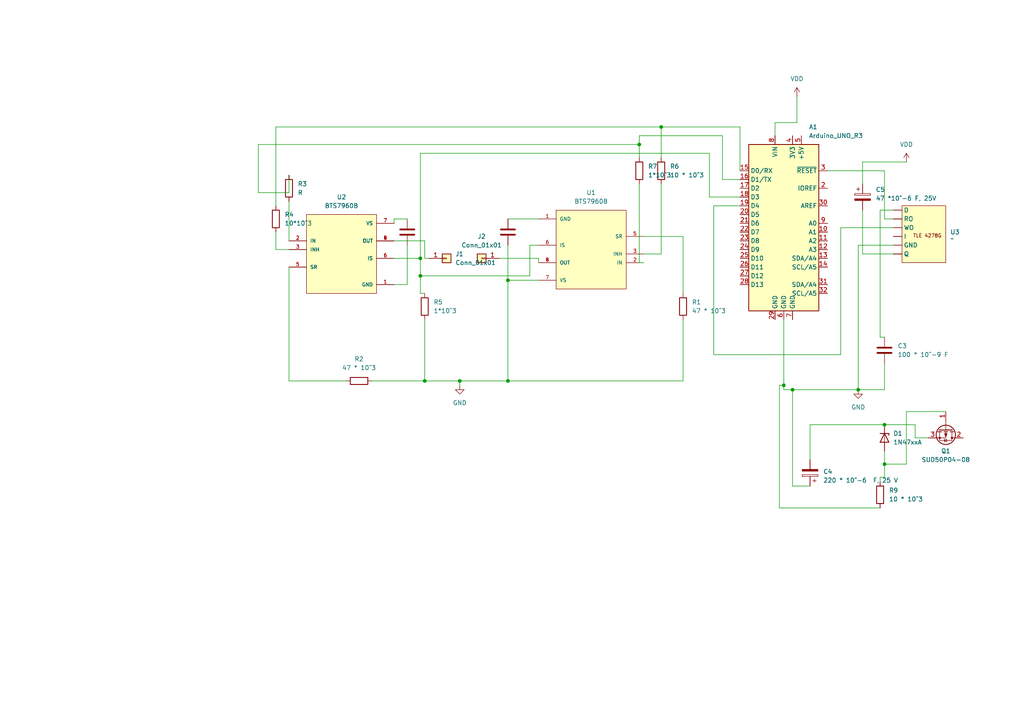
<source format=kicad_sch>
(kicad_sch (version 20231120) (generator "eeschema") (generator_version "8.0")
  (paper "A4")
  (lib_symbols
    (symbol "1_my_custom_symbol_library:TLE_4278G"
      (property "Reference" "U" (at 0 0 0))
      (symbol "TLE_4278G_1_1"
        (rectangle (start 7.62 16.51) (end 20.32 0) (fill (type background)))
        (text "TLE 4278G" (at 14.986 7.874 0) (effects (font (size 1.016 1.016))))
        (pin input line (at 5.08 15.24 0) (length 2.54) (name "D") (number ""))
        (pin power_out line (at 5.08 5.08 0) (length 2.54) (name "GND") (number ""))
        (pin power_in line (at 5.08 7.62 0) (length 2.54) (name "I") (number ""))
        (pin power_out line (at 5.08 2.54 0) (length 2.54) (name "Q") (number ""))
        (pin output line (at 5.08 12.7 0) (length 2.54) (name "RO") (number ""))
        (pin output line (at 5.08 10.16 0) (length 2.54) (name "WO") (number ""))
      )
    )
    (symbol "BTS7960B:BTS7960B" (pin_names (offset 1.016))
      (property "Reference" "U" (at -10.16 10.922 0))
      (property "Value" "BTS7960B" (at -10.16 -15.24 0))
      (symbol "BTS7960B_0_0"
        (rectangle (start -10.16 -12.7) (end 10.16 10.16) (stroke (width 0.1524)) (fill (type background)))
        (pin power_in line (at 15.24 -10.16 180) (length 5.08) (name "GND") (number "1"))
        (pin input line (at -15.24 2.54 0) (length 5.08) (name "IN") (number "2"))
        (pin input line (at -15.24 0 0) (length 5.08) (name "INH") (number "3"))
        (pin output line (at 15.24 2.54 180) (length 5.08) (name "OUT") (number "4"))
        (pin input line (at -15.24 -5.08 0) (length 5.08) (name "SR") (number "5"))
        (pin output line (at 15.24 -2.54 180) (length 5.08) (name "IS") (number "6"))
        (pin power_in line (at 15.24 7.62 180) (length 5.08) (name "VS") (number "7"))
        (pin output line (at 15.24 2.54 180) (length 5.08) (name "OUT") (number "8"))
      )
    )
    (symbol "Connector_Generic:Conn_01x01" (pin_names (offset 1.016) hide)
      (property "Reference" "J" (at 0 2.54 0))
      (property "Value" "Conn_01x01" (at 0 -2.54 0))
      (symbol "Conn_01x01_1_1"
        (rectangle (start -1.27 0.127) (end 0 -0.127) (stroke (width 0.1524)))
        (rectangle (start -1.27 1.27) (end 1.27 -1.27) (stroke (width 0.254)) (fill (type background)))
        (pin passive line (at -5.08 0 0) (length 3.81) (name "Pin_1") (number "1"))
      )
    )
    (symbol "Device:C" (pin_numbers hide) (pin_names (offset 0.254))
      (property "Reference" "C" (at 0.635 2.54 0))
      (property "Value" "C" (at 0.635 -2.54 0))
      (symbol "C_0_1"
        (polyline (pts (xy -2.032 -0.762) (xy 2.032 -0.762)) (stroke (width 0.508)))
        (polyline (pts (xy -2.032 0.762) (xy 2.032 0.762)) (stroke (width 0.508)))
      )
      (symbol "C_1_1"
        (pin passive line (at 0 3.81 270) (length 2.794) (name "~") (number "1"))
        (pin passive line (at 0 -3.81 90) (length 2.794) (name "~") (number "2"))
      )
    )
    (symbol "Device:C_Polarized" (pin_numbers hide) (pin_names (offset 0.254))
      (property "Reference" "C" (at 0.635 2.54 0))
      (property "Value" "C_Polarized" (at 0.635 -2.54 0))
      (symbol "C_Polarized_0_1"
        (rectangle (start -2.286 0.508) (end 2.286 1.016))
        (polyline (pts (xy -1.778 2.286) (xy -0.762 2.286)))
        (polyline (pts (xy -1.27 2.794) (xy -1.27 1.778)))
        (rectangle (start 2.286 -0.508) (end -2.286 -1.016) (fill (type outline)))
      )
      (symbol "C_Polarized_1_1"
        (pin passive line (at 0 3.81 270) (length 2.794) (name "~") (number "1"))
        (pin passive line (at 0 -3.81 90) (length 2.794) (name "~") (number "2"))
      )
    )
    (symbol "Device:R" (pin_numbers hide) (pin_names (offset 0))
      (property "Reference" "R" (at 2.032 0 90))
      (property "Value" "R" (at 0 0 90))
      (symbol "R_0_1"
        (rectangle (start -1.016 -2.54) (end 1.016 2.54) (stroke (width 0.254)))
      )
      (symbol "R_1_1"
        (pin passive line (at 0 3.81 270) (length 1.27) (name "~") (number "1"))
        (pin passive line (at 0 -3.81 90) (length 1.27) (name "~") (number "2"))
      )
    )
    (symbol "Diode:1N47xxA" (pin_numbers hide) (pin_names hide)
      (property "Reference" "D" (at 0 2.54 0))
      (property "Value" "1N47xxA" (at 0 -2.54 0))
      (symbol "1N47xxA_0_1"
        (polyline (pts (xy 1.27 0) (xy -1.27 0)))
        (polyline (pts (xy -1.27 -1.27) (xy -1.27 1.27) (xy -0.762 1.27)) (stroke (width 0.254)))
        (polyline (pts (xy 1.27 -1.27) (xy 1.27 1.27) (xy -1.27 0) (xy 1.27 -1.27)) (stroke (width 0.254)))
      )
      (symbol "1N47xxA_1_1"
        (pin passive line (at -3.81 0 0) (length 2.54) (name "K") (number "1"))
        (pin passive line (at 3.81 0 180) (length 2.54) (name "A") (number "2"))
      )
    )
    (symbol "MCU_Module:Arduino_UNO_R3"
      (property "Reference" "A" (at -10.16 23.495 0))
      (property "Value" "Arduino_UNO_R3" (at 5.08 -26.67 0))
      (symbol "Arduino_UNO_R3_0_1"
        (rectangle (start -10.16 22.86) (end 10.16 -25.4) (stroke (width 0.254)) (fill (type background)))
      )
      (symbol "Arduino_UNO_R3_1_1"
        (pin no_connect line (at -10.16 -20.32 0) (length 2.54) hide (name "NC") (number "1"))
        (pin bidirectional line (at 12.7 -2.54 180) (length 2.54) (name "A1") (number "10"))
        (pin bidirectional line (at 12.7 -5.08 180) (length 2.54) (name "A2") (number "11"))
        (pin bidirectional line (at 12.7 -7.62 180) (length 2.54) (name "A3") (number "12"))
        (pin bidirectional line (at 12.7 -10.16 180) (length 2.54) (name "SDA/A4") (number "13"))
        (pin bidirectional line (at 12.7 -12.7 180) (length 2.54) (name "SCL/A5") (number "14"))
        (pin bidirectional line (at -12.7 15.24 0) (length 2.54) (name "D0/RX") (number "15"))
        (pin bidirectional line (at -12.7 12.7 0) (length 2.54) (name "D1/TX") (number "16"))
        (pin bidirectional line (at -12.7 10.16 0) (length 2.54) (name "D2") (number "17"))
        (pin bidirectional line (at -12.7 7.62 0) (length 2.54) (name "D3") (number "18"))
        (pin bidirectional line (at -12.7 5.08 0) (length 2.54) (name "D4") (number "19"))
        (pin output line (at 12.7 10.16 180) (length 2.54) (name "IOREF") (number "2"))
        (pin bidirectional line (at -12.7 2.54 0) (length 2.54) (name "D5") (number "20"))
        (pin bidirectional line (at -12.7 0 0) (length 2.54) (name "D6") (number "21"))
        (pin bidirectional line (at -12.7 -2.54 0) (length 2.54) (name "D7") (number "22"))
        (pin bidirectional line (at -12.7 -5.08 0) (length 2.54) (name "D8") (number "23"))
        (pin bidirectional line (at -12.7 -7.62 0) (length 2.54) (name "D9") (number "24"))
        (pin bidirectional line (at -12.7 -10.16 0) (length 2.54) (name "D10") (number "25"))
        (pin bidirectional line (at -12.7 -12.7 0) (length 2.54) (name "D11") (number "26"))
        (pin bidirectional line (at -12.7 -15.24 0) (length 2.54) (name "D12") (number "27"))
        (pin bidirectional line (at -12.7 -17.78 0) (length 2.54) (name "D13") (number "28"))
        (pin power_in line (at -2.54 -27.94 90) (length 2.54) (name "GND") (number "29"))
        (pin input line (at 12.7 15.24 180) (length 2.54) (name "~{RESET}") (number "3"))
        (pin input line (at 12.7 5.08 180) (length 2.54) (name "AREF") (number "30"))
        (pin bidirectional line (at 12.7 -17.78 180) (length 2.54) (name "SDA/A4") (number "31"))
        (pin bidirectional line (at 12.7 -20.32 180) (length 2.54) (name "SCL/A5") (number "32"))
        (pin power_out line (at 2.54 25.4 270) (length 2.54) (name "3V3") (number "4"))
        (pin power_out line (at 5.08 25.4 270) (length 2.54) (name "+5V") (number "5"))
        (pin power_in line (at 0 -27.94 90) (length 2.54) (name "GND") (number "6"))
        (pin power_in line (at 2.54 -27.94 90) (length 2.54) (name "GND") (number "7"))
        (pin power_in line (at -2.54 25.4 270) (length 2.54) (name "VIN") (number "8"))
        (pin bidirectional line (at 12.7 0 180) (length 2.54) (name "A0") (number "9"))
      )
    )
    (symbol "Transistor_FET:SUD50P04-08" (pin_names hide)
      (property "Reference" "Q" (at 4.953 1.905 0))
      (property "Value" "SUD50P04-08" (at 4.953 0 0))
      (symbol "SUD50P04-08_0_1"
        (polyline (pts (xy 0.254 0) (xy -2.54 0)))
        (polyline (pts (xy 0.254 1.905) (xy 0.254 -1.905)) (stroke (width 0.254)))
        (polyline (pts (xy 0.762 -1.27) (xy 0.762 -2.286)) (stroke (width 0.254)))
        (polyline (pts (xy 0.762 0.508) (xy 0.762 -0.508)) (stroke (width 0.254)))
        (polyline (pts (xy 0.762 2.286) (xy 0.762 1.27)) (stroke (width 0.254)))
        (polyline (pts (xy 2.54 2.54) (xy 2.54 1.778)))
        (polyline (pts (xy 2.54 -2.54) (xy 2.54 0) (xy 0.762 0)))
        (polyline (pts (xy 0.762 1.778) (xy 3.302 1.778) (xy 3.302 -1.778) (xy 0.762 -1.778)))
        (polyline (pts (xy 2.286 0) (xy 1.27 0.381) (xy 1.27 -0.381) (xy 2.286 0)) (fill (type outline)))
        (polyline (pts (xy 2.794 -0.508) (xy 2.921 -0.381) (xy 3.683 -0.381) (xy 3.81 -0.254)))
        (polyline (pts (xy 3.302 -0.381) (xy 2.921 0.254) (xy 3.683 0.254) (xy 3.302 -0.381)))
        (circle (center 1.651 0) (radius 2.794) (stroke (width 0.254)))
        (circle (center 2.54 -1.778) (radius 0.254) (fill (type outline)))
        (circle (center 2.54 1.778) (radius 0.254) (fill (type outline)))
      )
      (symbol "SUD50P04-08_1_1"
        (pin input line (at -5.08 0 0) (length 2.54) (name "G") (number "1"))
        (pin passive line (at 2.54 5.08 270) (length 2.54) (name "D") (number "2"))
        (pin passive line (at 2.54 -5.08 90) (length 2.54) (name "S") (number "3"))
      )
    )
    (symbol "power:GND" (power) (pin_numbers hide) (pin_names (offset 0) hide)
      (property "Value" "GND" (at 0 -3.81 0))
      (symbol "GND_0_1"
        (polyline (pts (xy 0 0) (xy 0 -1.27) (xy 1.27 -1.27) (xy 0 -2.54) (xy -1.27 -1.27) (xy 0 -1.27)))
      )
      (symbol "GND_1_1"
        (pin power_in line (at 0 0 270) (length 0) (name "~") (number "1"))
      )
    )
    (symbol "power:VDD" (power) (pin_numbers hide) (pin_names (offset 0) hide)
      (property "Value" "VDD" (at 0 3.556 0))
      (symbol "VDD_0_1"
        (polyline (pts (xy -0.762 1.27) (xy 0 2.54)))
        (polyline (pts (xy 0 0) (xy 0 2.54)))
        (polyline (pts (xy 0 2.54) (xy 0.762 1.27)))
      )
      (symbol "VDD_1_1"
        (pin power_in line (at 0 0 90) (length 0) (name "~") (number "1"))
      )
    )
  )
  (junction (at 227.33 111.76))
  (junction (at 185.42 41.91))
  (junction (at 248.92 113.03))
  (junction (at 123.19 110.49))
  (junction (at 121.92 74.93))
  (junction (at 133.35 110.49))
  (junction (at 229.87 113.03))
  (junction (at 147.32 110.49))
  (junction (at 147.32 81.28))
  (junction (at 256.54 134.62))
  (junction (at 256.54 123.19))
  (junction (at 191.77 36.83))
  (junction (at 121.92 80.01))
  (wire (pts (xy 74.93 55.88) (xy 83.82 55.88)))
  (wire (pts (xy 269.24 127) (xy 265.43 127)))
  (wire (pts (xy 186.69 68.58) (xy 198.12 68.58)))
  (wire (pts (xy 123.19 92.71) (xy 123.19 110.49)))
  (wire (pts (xy 259.08 71.12) (xy 248.92 71.12)))
  (wire (pts (xy 121.92 80.01) (xy 121.92 85.09)))
  (wire (pts (xy 121.92 85.09) (xy 123.19 85.09)))
  (wire (pts (xy 231.14 27.94) (xy 231.14 35.56)))
  (wire (pts (xy 256.54 49.53) (xy 256.54 63.5)))
  (wire (pts (xy 265.43 127) (xy 265.43 123.19)))
  (wire (pts (xy 255.27 97.79) (xy 256.54 97.79)))
  (wire (pts (xy 240.03 49.53) (xy 256.54 49.53)))
  (wire (pts (xy 114.3 63.5) (xy 118.11 63.5)))
  (wire (pts (xy 147.32 63.5) (xy 156.21 63.5)))
  (wire (pts (xy 256.54 130.81) (xy 256.54 134.62)))
  (wire (pts (xy 191.77 36.83) (xy 214.63 36.83)))
  (wire (pts (xy 107.95 110.49) (xy 123.19 110.49)))
  (wire (pts (xy 231.14 35.56) (xy 224.79 35.56)))
  (wire (pts (xy 205.74 44.45) (xy 205.74 57.15)))
  (wire (pts (xy 133.35 110.49) (xy 133.35 111.76)))
  (wire (pts (xy 262.89 119.38) (xy 262.89 134.62)))
  (wire (pts (xy 198.12 110.49) (xy 147.32 110.49)))
  (wire (pts (xy 83.82 69.85) (xy 83.82 58.42)))
  (wire (pts (xy 185.42 39.37) (xy 185.42 41.91)))
  (wire (pts (xy 121.92 44.45) (xy 205.74 44.45)))
  (wire (pts (xy 256.54 63.5) (xy 259.08 63.5)))
  (wire (pts (xy 185.42 76.2) (xy 185.42 53.34)))
  (wire (pts (xy 243.84 66.04) (xy 243.84 102.87)))
  (wire (pts (xy 118.11 71.12) (xy 118.11 82.55)))
  (wire (pts (xy 255.27 60.96) (xy 255.27 97.79)))
  (wire (pts (xy 185.42 41.91) (xy 74.93 41.91)))
  (wire (pts (xy 114.3 74.93) (xy 121.92 74.93)))
  (wire (pts (xy 83.82 55.88) (xy 83.82 50.8)))
  (wire (pts (xy 259.08 66.04) (xy 243.84 66.04)))
  (wire (pts (xy 185.42 41.91) (xy 185.42 45.72)))
  (wire (pts (xy 123.19 69.85) (xy 114.3 69.85)))
  (wire (pts (xy 265.43 123.19) (xy 256.54 123.19)))
  (wire (pts (xy 156.21 74.93) (xy 156.21 76.2)))
  (wire (pts (xy 185.42 39.37) (xy 209.55 39.37)))
  (wire (pts (xy 255.27 147.32) (xy 226.06 147.32)))
  (wire (pts (xy 74.93 41.91) (xy 74.93 55.88)))
  (wire (pts (xy 234.95 123.19) (xy 234.95 133.35)))
  (wire (pts (xy 153.67 80.01) (xy 121.92 80.01)))
  (wire (pts (xy 153.67 71.12) (xy 153.67 80.01)))
  (wire (pts (xy 191.77 45.72) (xy 191.77 36.83)))
  (wire (pts (xy 123.19 74.93) (xy 123.19 69.85)))
  (wire (pts (xy 262.89 46.99) (xy 250.19 46.99)))
  (wire (pts (xy 256.54 113.03) (xy 248.92 113.03)))
  (wire (pts (xy 250.19 46.99) (xy 250.19 53.34)))
  (wire (pts (xy 234.95 140.97) (xy 229.87 140.97)))
  (wire (pts (xy 198.12 68.58) (xy 198.12 85.09)))
  (wire (pts (xy 123.19 110.49) (xy 133.35 110.49)))
  (wire (pts (xy 229.87 140.97) (xy 229.87 113.03)))
  (wire (pts (xy 248.92 71.12) (xy 248.92 113.03)))
  (wire (pts (xy 191.77 73.66) (xy 191.77 53.34)))
  (wire (pts (xy 186.69 76.2) (xy 185.42 76.2)))
  (wire (pts (xy 144.78 74.93) (xy 156.21 74.93)))
  (wire (pts (xy 121.92 44.45) (xy 121.92 74.93)))
  (wire (pts (xy 229.87 113.03) (xy 248.92 113.03)))
  (wire (pts (xy 147.32 81.28) (xy 156.21 81.28)))
  (wire (pts (xy 234.95 123.19) (xy 256.54 123.19)))
  (wire (pts (xy 209.55 39.37) (xy 209.55 52.07)))
  (wire (pts (xy 205.74 57.15) (xy 214.63 57.15)))
  (wire (pts (xy 214.63 36.83) (xy 214.63 49.53)))
  (wire (pts (xy 227.33 111.76) (xy 227.33 113.03)))
  (wire (pts (xy 83.82 110.49) (xy 100.33 110.49)))
  (wire (pts (xy 250.19 60.96) (xy 250.19 73.66)))
  (wire (pts (xy 256.54 134.62) (xy 256.54 138.43)))
  (wire (pts (xy 80.01 36.83) (xy 191.77 36.83)))
  (wire (pts (xy 186.69 73.66) (xy 191.77 73.66)))
  (wire (pts (xy 118.11 82.55) (xy 114.3 82.55)))
  (wire (pts (xy 124.46 74.93) (xy 123.19 74.93)))
  (wire (pts (xy 259.08 60.96) (xy 255.27 60.96)))
  (wire (pts (xy 147.32 81.28) (xy 147.32 110.49)))
  (wire (pts (xy 153.67 71.12) (xy 156.21 71.12)))
  (wire (pts (xy 274.32 119.38) (xy 262.89 119.38)))
  (wire (pts (xy 262.89 134.62) (xy 256.54 134.62)))
  (wire (pts (xy 83.82 72.39) (xy 80.01 72.39)))
  (wire (pts (xy 80.01 72.39) (xy 80.01 67.31)))
  (wire (pts (xy 83.82 77.47) (xy 83.82 110.49)))
  (wire (pts (xy 121.92 74.93) (xy 121.92 80.01)))
  (wire (pts (xy 227.33 92.71) (xy 227.33 111.76)))
  (wire (pts (xy 114.3 63.5) (xy 114.3 64.77)))
  (wire (pts (xy 198.12 92.71) (xy 198.12 110.49)))
  (wire (pts (xy 227.33 113.03) (xy 229.87 113.03)))
  (wire (pts (xy 224.79 35.56) (xy 224.79 39.37)))
  (wire (pts (xy 256.54 138.43) (xy 255.27 138.43)))
  (wire (pts (xy 207.01 102.87) (xy 207.01 59.69)))
  (wire (pts (xy 226.06 111.76) (xy 227.33 111.76)))
  (wire (pts (xy 209.55 52.07) (xy 214.63 52.07)))
  (wire (pts (xy 207.01 59.69) (xy 214.63 59.69)))
  (wire (pts (xy 133.35 110.49) (xy 147.32 110.49)))
  (wire (pts (xy 80.01 59.69) (xy 80.01 36.83)))
  (wire (pts (xy 250.19 73.66) (xy 259.08 73.66)))
  (wire (pts (xy 256.54 105.41) (xy 256.54 113.03)))
  (wire (pts (xy 243.84 102.87) (xy 207.01 102.87)))
  (wire (pts (xy 255.27 138.43) (xy 255.27 139.7)))
  (wire (pts (xy 147.32 71.12) (xy 147.32 81.28)))
  (wire (pts (xy 226.06 147.32) (xy 226.06 111.76)))
  (symbol (lib_id "Device:R") (at 255.27 143.51 0) (unit 1)
    (property "Reference" "R9" (at 257.81 142.2399 0) (effects (justify left)))
    (property "Value" "10 * 10^3" (at 257.81 144.7799 0) (effects (justify left)))
    (property "Description" "Resistor" (effects (hide yes)))
  )
  (symbol (lib_id "Device:R") (at 83.82 54.61 0) (unit 1)
    (property "Reference" "R3" (at 86.36 53.3399 0) (effects (justify left)))
    (property "Value" "R" (at 86.36 55.8799 0) (effects (justify left)))
    (property "Description" "Resistor" (effects (hide yes)))
  )
  (symbol (lib_id "Device:C_Polarized") (at 250.19 57.15 0) (unit 1)
    (property "Reference" "C5" (at 254 54.9909 0) (effects (justify left)))
    (property "Value" "47 *10^-6 F, 25V" (at 254 57.5309 0) (effects (justify left)))
    (property "Description" "Polarized capacitor" (effects (hide yes)))
  )
  (symbol (lib_id "MCU_Module:Arduino_UNO_R3") (at 227.33 64.77 0) (unit 1)
    (property "Reference" "A1" (at 234.6041 36.83 0) (effects (justify left)))
    (property "Value" "Arduino_UNO_R3" (at 234.6041 39.37 0) (effects (justify left)))
    (property "Footprint" "Module:Arduino_UNO_R3" (effects (hide yes)))
    (property "Datasheet" "https://www.arduino.cc/en/Main/arduinoBoardUno" (effects (hide yes)))
    (property "Description" "Arduino UNO Microcontroller Module, release 3" (effects (hide yes)))
  )
  (symbol (lib_id "Connector_Generic:Conn_01x01") (at 139.7 74.93 180) (unit 1)
    (property "Reference" "J2" (at 139.7 68.58 0))
    (property "Value" "Conn_01x01" (at 139.7 71.12 0))
    (property "Description" "Generic connector, single row, 01x01, script generated (kicad-library-utils/schlib/autogen/connector/)" (effects (hide yes)))
  )
  (symbol (lib_id "power:GND") (at 133.35 111.76 0) (unit 1)
    (property "Reference" "#PWR02" (effects (hide yes)))
    (property "Value" "GND" (at 133.35 116.84 0))
    (property "Description" "Power symbol creates a global label with name \"GND\" , ground" (effects (hide yes)))
  )
  (symbol (lib_id "Device:R") (at 185.42 49.53 0) (unit 1)
    (property "Reference" "R7" (at 187.96 48.2599 0) (effects (justify left)))
    (property "Value" "1*10^3" (at 187.96 50.7999 0) (effects (justify left)))
    (property "Description" "Resistor" (effects (hide yes)))
  )
  (symbol (lib_id "Device:R") (at 198.12 88.9 0) (unit 1)
    (property "Reference" "R1" (at 200.66 87.6299 0) (effects (justify left)))
    (property "Value" "47 * 10^3" (at 200.66 90.1699 0) (effects (justify left)))
    (property "Description" "Resistor" (effects (hide yes)))
  )
  (symbol (lib_id "Diode:1N47xxA") (at 256.54 127 270) (unit 1)
    (property "Reference" "D1" (at 259.08 125.7299 90) (effects (justify left)))
    (property "Value" "1N47xxA" (at 259.08 128.2699 90) (effects (justify left)))
    (property "Footprint" "Diode_THT:D_DO-41_SOD81_P10.16mm_Horizontal" (effects (hide yes)))
    (property "Datasheet" "https://www.vishay.com/docs/85816/1n4728a.pdf" (effects (hide yes)))
    (property "Description" "1300mW Silicon planar power Zener diodes, DO-41" (effects (hide yes)))
  )
  (symbol (lib_id "power:GND") (at 248.92 113.03 0) (unit 1)
    (property "Reference" "#PWR04" (effects (hide yes)))
    (property "Value" "GND" (at 248.92 118.11 0))
    (property "Description" "Power symbol creates a global label with name \"GND\" , ground" (effects (hide yes)))
  )
  (symbol (lib_id "power:VDD") (at 262.89 46.99 0) (unit 1)
    (property "Reference" "#PWR01" (effects (hide yes)))
    (property "Value" "VDD" (at 262.89 41.91 0))
    (property "Description" "Power symbol creates a global label with name \"VDD\"" (effects (hide yes)))
  )
  (symbol (lib_id "Device:R") (at 104.14 110.49 270) (unit 1)
    (property "Reference" "R2" (at 104.14 104.14 90))
    (property "Value" "47 * 10^3" (at 104.14 106.68 90))
    (property "Description" "Resistor" (effects (hide yes)))
  )
  (symbol (lib_id "1_my_custom_symbol_library:TLE_4278G") (at 254 76.2 0) (unit 1)
    (property "Reference" "U3" (at 275.59 67.3099 0) (effects (justify left)))
    (property "Value" "~" (at 275.59 69.215 0) (effects (justify left)))
  )
  (symbol (lib_id "Transistor_FET:SUD50P04-08") (at 274.32 124.46 270) (unit 1)
    (property "Reference" "Q1" (at 274.32 130.81 90))
    (property "Value" "SUD50P04-08" (at 274.32 133.35 90))
    (property "Footprint" "Package_TO_SOT_SMD:TO-252-2" (effects (hide yes)))
    (property "Datasheet" "https://www.vishay.com/docs/65594/sud50p04-08.pdf" (effects (hide yes)))
    (property "Description" "-50A Id, -40V Vds, TrenchFET P-Channel Power MOSFET, 8.1mOhm Ron, 159nC Qg, -55 to 150 °C, TO-252-2" (effects (hide yes)))
  )
  (symbol (lib_id "BTS7960B:BTS7960B") (at 99.06 72.39 0) (unit 1)
    (property "Reference" "U2" (at 99.06 57.15 0))
    (property "Value" "BTS7960B" (at 99.06 59.69 0))
    (property "Footprint" "BTS7960B:DPAK127P1490X440-8N" (effects (hide yes)))
    (property "MF" "Infineon" (effects (hide yes)))
    (property "MAXIMUM_PACKAGE_HEIGHT" "4.4mm" (effects (hide yes)))
    (property "Package" "TO-263 Infineon" (effects (hide yes)))
    (property "Price" "None" (effects (hide yes)))
    (property "Check_prices" "https://www.snapeda.com/parts/BTS7960B/Infineon+Technologies/view-part/?ref=eda" (effects (hide yes)))
    (property "STANDARD" "IPC-7351B" (effects (hide yes)))
    (property "PARTREV" "1.1" (effects (hide yes)))
    (property "SnapEDA_Link" "https://www.snapeda.com/parts/BTS7960B/Infineon+Technologies/view-part/?ref=snap" (effects (hide yes)))
    (property "MP" "BTS7960B" (effects (hide yes)))
    (property "Description_1" "\n                        \n                            Half Bridge Driver DC Motors, General Purpose DMOS PG-TO263-7-1\n                        \n" (effects (hide yes)))
    (property "Availability" "In Stock" (effects (hide yes)))
    (property "MANUFACTURER" "Infineon" (effects (hide yes)))
  )
  (symbol (lib_id "Device:R") (at 191.77 49.53 0) (unit 1)
    (property "Reference" "R6" (at 194.31 48.2599 0) (effects (justify left)))
    (property "Value" "10 * 10^3" (at 194.31 50.7999 0) (effects (justify left)))
    (property "Description" "Resistor" (effects (hide yes)))
  )
  (symbol (lib_id "Device:C") (at 256.54 101.6 0) (unit 1)
    (property "Reference" "C3" (at 260.35 100.3299 0) (effects (justify left)))
    (property "Value" "100 * 10^-9 F" (at 260.35 102.8699 0) (effects (justify left)))
    (property "Description" "Unpolarized capacitor" (effects (hide yes)))
  )
  (symbol (lib_id "Device:R") (at 123.19 88.9 0) (unit 1)
    (property "Reference" "R5" (at 125.73 87.6299 0) (effects (justify left)))
    (property "Value" "1*10^3" (at 125.73 90.1699 0) (effects (justify left)))
    (property "Description" "Resistor" (effects (hide yes)))
  )
  (symbol (lib_id "Device:C") (at 147.32 67.31 0) (unit 1)
    (property "Reference" "C2" (effects (hide yes)))
    (property "Value" "100 * 10^-9 F" (effects (hide yes)))
    (property "Description" "Unpolarized capacitor" (effects (hide yes)))
  )
  (symbol (lib_id "BTS7960B:BTS7960B") (at 171.45 73.66 180) (unit 1)
    (property "Reference" "U1" (at 171.45 55.88 0))
    (property "Value" "BTS7960B" (at 171.45 58.42 0))
    (property "Footprint" "BTS7960B:DPAK127P1490X440-8N" (effects (hide yes)))
    (property "MF" "Infineon" (effects (hide yes)))
    (property "MAXIMUM_PACKAGE_HEIGHT" "4.4mm" (effects (hide yes)))
    (property "Package" "TO-263 Infineon" (effects (hide yes)))
    (property "Price" "None" (effects (hide yes)))
    (property "Check_prices" "https://www.snapeda.com/parts/BTS7960B/Infineon+Technologies/view-part/?ref=eda" (effects (hide yes)))
    (property "STANDARD" "IPC-7351B" (effects (hide yes)))
    (property "PARTREV" "1.1" (effects (hide yes)))
    (property "SnapEDA_Link" "https://www.snapeda.com/parts/BTS7960B/Infineon+Technologies/view-part/?ref=snap" (effects (hide yes)))
    (property "MP" "BTS7960B" (effects (hide yes)))
    (property "Description_1" "\n                        \n                            Half Bridge Driver DC Motors, General Purpose DMOS PG-TO263-7-1\n                        \n" (effects (hide yes)))
    (property "Availability" "In Stock" (effects (hide yes)))
    (property "MANUFACTURER" "Infineon" (effects (hide yes)))
  )
  (symbol (lib_id "Device:R") (at 80.01 63.5 0) (unit 1)
    (property "Reference" "R4" (at 82.55 62.2299 0) (effects (justify left)))
    (property "Value" "10*10^3" (at 82.55 64.7699 0) (effects (justify left)))
    (property "Description" "Resistor" (effects (hide yes)))
  )
  (symbol (lib_id "Device:C") (at 118.11 67.31 0) (unit 1)
    (property "Reference" "C1" (effects (hide yes)))
    (property "Value" "100 * 10^-9" (effects (hide yes)))
    (property "Description" "Unpolarized capacitor" (effects (hide yes)))
  )
  (symbol (lib_id "power:VDD") (at 231.14 27.94 0) (unit 1)
    (property "Reference" "#PWR03" (effects (hide yes)))
    (property "Value" "VDD" (at 231.14 22.86 0))
    (property "Description" "Power symbol creates a global label with name \"VDD\"" (effects (hide yes)))
  )
  (symbol (lib_id "Connector_Generic:Conn_01x01") (at 129.54 74.93 0) (unit 1)
    (property "Reference" "J1" (at 132.08 73.6599 0) (effects (justify left)))
    (property "Value" "Conn_01x01" (at 132.08 76.1999 0) (effects (justify left)))
    (property "Description" "Generic connector, single row, 01x01, script generated (kicad-library-utils/schlib/autogen/connector/)" (effects (hide yes)))
  )
  (symbol (lib_id "Device:C_Polarized") (at 234.95 137.16 180) (unit 1)
    (property "Reference" "C4" (at 238.76 136.7789 0) (effects (justify right)))
    (property "Value" "220 * 10^-6  F, 25 V" (at 238.76 139.3189 0) (effects (justify right)))
    (property "Description" "Polarized capacitor" (effects (hide yes)))
  )
)
</source>
